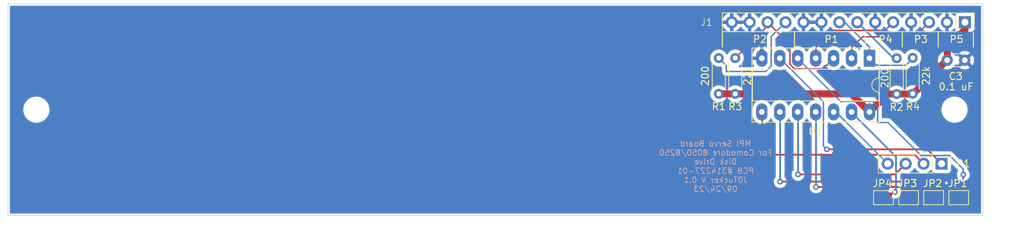
<source format=kicad_pcb>
(kicad_pcb (version 20221018) (generator pcbnew)
  (layers (0 "F.Cu" signal) (31 "B.Cu" signal) (34 "B.Paste" user) (35 "F.Paste" user) (36 "B.SilkS" user "B.Silkscreen") (37 "F.SilkS" user "F.Silkscreen") (38 "B.Mask" user) (39 "F.Mask" user) (44 "Edge.Cuts" user))
  (net 0 "")
  (net 1 "+5V")
  (net 2 "Earth")
  (net 3 "Net-(JP1-B)")
  (net 4 "Net-(JP2-B)")
  (net 5 "Net-(JP3-B)")
  (net 6 "Net-(JP4-B)")
  (net 7 "Net-(P1-Pin_1)")
  (net 8 "Net-(P1-Pin_2)")
  (net 9 "Net-(J1-Pin_07)")
  (net 10 "Net-(J1-Pin_08)")
  (net 11 "Net-(J1-Pin_11)")
  (net 12 "Net-(J1-Pin_12)")
  (net 13 "Net-(J1-Pin_03)")
  (net 14 "Net-(J1-Pin_05)")
  (net 15 "Net-(P1-Pin_3)")
  (net 16 "Net-(P1-Pin_4)")
  (footprint "Jumper:SolderJumper-2_P1.3mm_Open_Pad1.0x1.5mm" (layer "F.Cu") (at 196.49 126.492)
    (fp_text reference "JP3" (at -0.148 -2.032 180) (layer "F.SilkS"))
    (fp_text value "SolderJumper_2_Bridged")
    (fp_line (start -1.4 -1) (end 1.4 -1) (stroke (width 0.12)) (layer "F.SilkS"))
    (fp_line (start -1.4 1) (end -1.4 -1) (stroke (width 0.12)) (layer "F.SilkS"))
    (fp_line (start 1.4 -1) (end 1.4 1) (stroke (width 0.12)) (layer "F.SilkS"))
    (fp_line (start 1.4 1) (end -1.4 1) (stroke (width 0.12)) (layer "F.SilkS"))
    (pad "1" smd rect (at -0.65 0) (size 1 1.5) (layers "F.Cu" "F.Mask") (net 2 "Earth"))
    (pad "2" smd rect (at 0.65 0) (size 1 1.5) (layers "F.Cu" "F.Mask") (net 5 "Net-(JP3-B)"))
  )
  (footprint "Resistor_THT:R_Axial_DIN0204_L3.6mm_D1.6mm_P5.08mm_Horizontal" (layer "F.Cu") (at 171.953 111.76 90)
    (fp_text reference "R3" (at -1.8034 0.005 180) (layer "F.SilkS"))
    (fp_text value "22k" (at 2.5654 1.7068 90) (layer "F.SilkS"))
    (fp_line (start 0.62 -0.92) (end 4.46 -0.92) (stroke (width 0.12)) (layer "F.SilkS"))
    (fp_line (start 0.62 0.92) (end 4.46 0.92) (stroke (width 0.12)) (layer "F.SilkS"))
    (pad "1" thru_hole circle (at 0 0 90) (size 1.4 1.4) (drill 0.7) (layers "*.Cu" "*.Mask") (net 1 "+5V"))
    (pad "2" thru_hole oval (at 5.08 0 90) (size 1.4 1.4) (drill 0.7) (layers "*.Cu" "*.Mask") (net 12 "Net-(J1-Pin_12)"))
  )
  (footprint "8250_feet:8250_14-pin_connector" (layer "F.Cu") (at 188 101.65)
    (fp_text reference "J1" (at -20.106 -0.05 unlocked) (layer "F.SilkS") (effects (font (thickness 0.1))))
    (fp_text value "01x14_Servo connector")
    (fp_line (start -17.88 -1.38) (end -17.88 1.28) (stroke (width 0.12)) (layer "F.SilkS"))
    (fp_line (start 15.2 -1.38) (end -17.88 -1.38) (stroke (width 0.12)) (layer "F.SilkS"))
    (fp_line (start 15.2 -1.38) (end 15.2 1.28) (stroke (width 0.12)) (layer "F.SilkS"))
    (fp_line (start 15.2 1.28) (end -17.88 1.28) (stroke (width 0.12)) (layer "F.SilkS"))
    (fp_line (start 16.47 -1.38) (end 17.8 -1.38) (stroke (width 0.12)) (layer "F.SilkS"))
    (fp_line (start 17.8 -1.38) (end 17.8 -0.05) (stroke (width 0.12)) (layer "F.SilkS"))
    (pad "P1-1" thru_hole oval (at 1.23 -0.05 270) (size 1.7 1.7) (drill 1) (layers "*.Cu" "*.Mask") (net 9 "Net-(J1-Pin_07)"))
    (pad "P1-2" thru_hole oval (at -1.31 -0.05 270) (size 1.7 1.7) (drill 1) (layers "*.Cu" "*.Mask") (net 10 "Net-(J1-Pin_08)"))
    (pad "P1-3" thru_hole oval (at -3.85 -0.05 270) (size 1.7 1.7) (drill 1) (layers "*.Cu" "*.Mask") (net 2 "Earth"))
    (pad "P1-4" thru_hole oval (at -6.39 -0.05 270) (size 1.7 1.7) (drill 1) (layers "*.Cu" "*.Mask") (net 2 "Earth"))
    (pad "P2-1" thru_hole oval (at -8.93 -0.05 270) (size 1.7 1.7) (drill 1) (layers "*.Cu" "*.Mask") (net 11 "Net-(J1-Pin_11)"))
    (pad "P2-2" thru_hole oval (at -11.47 -0.05 270) (size 1.7 1.7) (drill 1) (layers "*.Cu" "*.Mask") (net 12 "Net-(J1-Pin_12)"))
    (pad "P2-3" thru_hole oval (at -14.01 -0.05 270) (size 1.7 1.7) (drill 1) (layers "*.Cu" "*.Mask") (net 2 "Earth"))
    (pad "P2-4" thru_hole oval (at -16.55 -0.05 270) (size 1.7 1.7) (drill 1) (layers "*.Cu" "*.Mask") (net 2 "Earth"))
    (pad "P3-1" thru_hole oval (at 11.39 -0.05 270) (size 1.7 1.7) (drill 1) (layers "*.Cu" "*.Mask") (net 13 "Net-(J1-Pin_03)"))
    (pad "P3-2" thru_hole oval (at 8.85 -0.05 270) (size 1.7 1.7) (drill 1) (layers "*.Cu" "*.Mask") (net 2 "Earth"))
    (pad "P4-1" thru_hole oval (at 6.31 -0.05 270) (size 1.7 1.7) (drill 1) (layers "*.Cu" "*.Mask") (net 14 "Net-(J1-Pin_05)"))
    (pad "P4-2" thru_hole oval (at 3.77 -0.05 270) (size 1.7 1.7) (drill 1) (layers "*.Cu" "*.Mask") (net 2 "Earth"))
    (pad "P5-1" thru_hole rect (at 16.47 -0.05 270) (size 1.7 1.7) (drill 1) (layers "*.Cu" "*.Mask") (net 1 "+5V"))
    (pad "P5-2" thru_hole oval (at 13.93 -0.05 270) (size 1.7 1.7) (drill 1) (layers "*.Cu" "*.Mask") (net 2 "Earth"))
  )
  (footprint "Capacitor_THT:C_Disc_D3.0mm_W1.6mm_P2.50mm" (layer "F.Cu") (at 204.45 106.9848 180)
    (fp_text reference "C3" (at 1.27 -2.286) (layer "F.SilkS"))
    (fp_text value "0.1 uF" (at 1.2246 -3.7592) (layer "F.SilkS"))
    (fp_line (start 0.621 -0.92) (end 1.879 -0.92) (stroke (width 0.12)) (layer "F.SilkS"))
    (fp_line (start 0.621 0.92) (end 1.879 0.92) (stroke (width 0.12)) (layer "F.SilkS"))
    (pad "1" thru_hole circle (at 0 0 180) (size 1.6 1.6) (drill 0.8) (layers "*.Cu" "*.Mask") (net 2 "Earth"))
    (pad "2" thru_hole circle (at 2.5 0 180) (size 1.6 1.6) (drill 0.8) (layers "*.Cu" "*.Mask") (net 1 "+5V"))
  )
  (footprint "Jumper:SolderJumper-2_P1.3mm_Open_Pad1.0x1.5mm" (layer "F.Cu") (at 192.94 126.492)
    (fp_text reference "JP4" (at -0.154 -2.032 180) (layer "F.SilkS"))
    (fp_text value "SolderJumper_2_Bridged")
    (fp_line (start -1.4 -1) (end 1.4 -1) (stroke (width 0.12)) (layer "F.SilkS"))
    (fp_line (start -1.4 1) (end -1.4 -1) (stroke (width 0.12)) (layer "F.SilkS"))
    (fp_line (start 1.4 -1) (end 1.4 1) (stroke (width 0.12)) (layer "F.SilkS"))
    (fp_line (start 1.4 1) (end -1.4 1) (stroke (width 0.12)) (layer "F.SilkS"))
    (pad "1" smd rect (at -0.65 0) (size 1 1.5) (layers "F.Cu" "F.Mask") (net 2 "Earth"))
    (pad "2" smd rect (at 0.65 0) (size 1 1.5) (layers "F.Cu" "F.Mask") (net 6 "Net-(JP4-B)"))
  )
  (footprint "Resistor_THT:R_Axial_DIN0204_L3.6mm_D1.6mm_P5.08mm_Horizontal" (layer "F.Cu") (at 197.0786 111.7346 90)
    (fp_text reference "R4" (at -1.8288 0.0254 180) (layer "F.SilkS"))
    (fp_text value "22k" (at 2.54 1.92 90) (layer "F.SilkS"))
    (fp_line (start 0.62 -0.92) (end 4.46 -0.92) (stroke (width 0.12)) (layer "F.SilkS"))
    (fp_line (start 0.62 0.92) (end 4.46 0.92) (stroke (width 0.12)) (layer "F.SilkS"))
    (pad "1" thru_hole circle (at 0 0 90) (size 1.4 1.4) (drill 0.7) (layers "*.Cu" "*.Mask") (net 1 "+5V"))
    (pad "2" thru_hole oval (at 5.08 0 90) (size 1.4 1.4) (drill 0.7) (layers "*.Cu" "*.Mask") (net 10 "Net-(J1-Pin_08)"))
  )
  (footprint "MountingHole:MountingHole_3.2mm_M3" (layer "F.Cu") (at 73 114)
    (fp_text reference "H2" hide)
    (fp_text value "MountingHole")
    (pad "" np_thru_hole circle (at 0 0) (size 3.2 3.2) (drill 3.2) (layers "*.Cu" "*.Mask"))
  )
  (footprint "Jumper:SolderJumper-2_P1.3mm_Open_Pad1.0x1.5mm" (layer "F.Cu") (at 203.59 126.492)
    (fp_text reference "JP1" (at -0.136 -2.032 180) (layer "F.SilkS"))
    (fp_text value "SolderJumper_2_Bridged")
    (fp_line (start -1.4 -1) (end 1.4 -1) (stroke (width 0.12)) (layer "F.SilkS"))
    (fp_line (start -1.4 1) (end -1.4 -1) (stroke (width 0.12)) (layer "F.SilkS"))
    (fp_line (start 1.4 -1) (end 1.4 1) (stroke (width 0.12)) (layer "F.SilkS"))
    (fp_line (start 1.4 1) (end -1.4 1) (stroke (width 0.12)) (layer "F.SilkS"))
    (pad "1" smd rect (at -0.65 0) (size 1 1.5) (layers "F.Cu" "F.Mask") (net 2 "Earth"))
    (pad "2" smd rect (at 0.65 0) (size 1 1.5) (layers "F.Cu" "F.Mask") (net 3 "Net-(JP1-B)"))
  )
  (footprint "Jumper:SolderJumper-2_P1.3mm_Open_Pad1.0x1.5mm" (layer "F.Cu") (at 200.04 126.492)
    (fp_text reference "JP2" (at -0.142 -2.032 180) (layer "F.SilkS"))
    (fp_text value "SolderJumper_2_Bridged")
    (fp_line (start -1.4 -1) (end 1.4 -1) (stroke (width 0.12)) (layer "F.SilkS"))
    (fp_line (start -1.4 1) (end -1.4 -1) (stroke (width 0.12)) (layer "F.SilkS"))
    (fp_line (start 1.4 -1) (end 1.4 1) (stroke (width 0.12)) (layer "F.SilkS"))
    (fp_line (start 1.4 1) (end -1.4 1) (stroke (width 0.12)) (layer "F.SilkS"))
    (pad "1" smd rect (at -0.65 0) (size 1 1.5) (layers "F.Cu" "F.Mask") (net 2 "Earth"))
    (pad "2" smd rect (at 0.65 0) (size 1 1.5) (layers "F.Cu" "F.Mask") (net 4 "Net-(JP2-B)"))
  )
  (footprint "MountingHole:MountingHole_3.2mm_M3" (layer "F.Cu") (at 203 114)
    (fp_text reference "H1" hide)
    (fp_text value "MountingHole")
    (pad "" np_thru_hole circle (at 0 0) (size 3.2 3.2) (drill 3.2) (layers "F&B.Cu" "*.Mask"))
  )
  (footprint "Resistor_THT:R_Axial_DIN0204_L3.6mm_D1.6mm_P5.08mm_Horizontal" (layer "F.Cu") (at 194.813 106.7054 -90)
    (fp_text reference "R2" (at 6.9342 0.0204) (layer "F.SilkS"))
    (fp_text value "200" (at 2.81 1.6714 90) (layer "F.SilkS"))
    (fp_line (start 0.62 -0.92) (end 4.46 -0.92) (stroke (width 0.12)) (layer "F.SilkS"))
    (fp_line (start 0.62 0.92) (end 4.46 0.92) (stroke (width 0.12)) (layer "F.SilkS"))
    (pad "1" thru_hole circle (at 0 0 270) (size 1.4 1.4) (drill 0.7) (layers "*.Cu" "*.Mask") (net 9 "Net-(J1-Pin_07)"))
    (pad "2" thru_hole oval (at 5.08 0 270) (size 1.4 1.4) (drill 0.7) (layers "*.Cu" "*.Mask") (net 1 "+5V"))
  )
  (footprint "Resistor_THT:R_Axial_DIN0204_L3.6mm_D1.6mm_P5.08mm_Horizontal" (layer "F.Cu") (at 169.6212 106.68 -90)
    (fp_text reference "R1" (at 6.858 0) (layer "F.SilkS"))
    (fp_text value "200" (at 2.54 1.92 90) (layer "F.SilkS"))
    (fp_line (start 0.62 -0.92) (end 4.46 -0.92) (stroke (width 0.12)) (layer "F.SilkS"))
    (fp_line (start 0.62 0.92) (end 4.46 0.92) (stroke (width 0.12)) (layer "F.SilkS"))
    (pad "1" thru_hole circle (at 0 0 270) (size 1.4 1.4) (drill 0.7) (layers "*.Cu" "*.Mask") (net 11 "Net-(J1-Pin_11)"))
    (pad "2" thru_hole oval (at 5.08 0 270) (size 1.4 1.4) (drill 0.7) (layers "*.Cu" "*.Mask") (net 1 "+5V"))
  )
  (footprint "Package_DIP:DIP-14_W7.62mm_Socket_LongPads" (layer "F.Cu") (at 190.9572 106.7054 -90)
    (fp_text reference "U1" (at 10.404 7.625 -180) (layer "F.SilkS"))
    (fp_text value "74LS04")
    (fp_line (start -1.44 -1.39) (end -1.44 16.63) (stroke (width 0.12)) (layer "F.SilkS"))
    (fp_line (start -1.44 16.63) (end 9.06 16.63) (stroke (width 0.12)) (layer "F.SilkS"))
    (fp_line (start 1.56 -1.33) (end 1.56 16.57) (stroke (width 0.12)) (layer "F.SilkS"))
    (fp_line (start 1.56 16.57) (end 6.06 16.57) (stroke (width 0.12)) (layer "F.SilkS"))
    (fp_line (start 2.81 -1.33) (end 1.56 -1.33) (stroke (width 0.12)) (layer "F.SilkS"))
    (fp_line (start 6.06 -1.33) (end 4.81 -1.33) (stroke (width 0.12)) (layer "F.SilkS"))
    (fp_line (start 6.06 16.57) (end 6.06 -1.33) (stroke (width 0.12)) (layer "F.SilkS"))
    (fp_line (start 9.06 -1.39) (end -1.44 -1.39) (stroke (width 0.12)) (layer "F.SilkS"))
    (fp_line (start 9.06 16.63) (end 9.06 -1.39) (stroke (width 0.12)) (layer "F.SilkS"))
    (fp_arc (start 4.81 -1.33) (mid 3.81 -0.33) (end 2.81 -1.33) (stroke (width 0.12)) (layer "F.SilkS"))
    (pad "1" thru_hole rect (at 0 0 270) (size 2.4 1.6) (drill 0.8) (layers "*.Cu" "*.Mask") (net 10 "Net-(J1-Pin_08)"))
    (pad "2" thru_hole oval (at 0 2.54 270) (size 2.4 1.6) (drill 0.8) (layers "*.Cu" "*.Mask") (net 13 "Net-(J1-Pin_03)"))
    (pad "3" thru_hole oval (at 0 5.08 270) (size 2.4 1.6) (drill 0.8) (layers "*.Cu" "*.Mask") (net 12 "Net-(J1-Pin_12)"))
    (pad "4" thru_hole oval (at 0 7.62 270) (size 2.4 1.6) (drill 0.8) (layers "*.Cu" "*.Mask") (net 14 "Net-(J1-Pin_05)"))
    (pad "5" thru_hole oval (at 0 10.16 270) (size 2.4 1.6) (drill 0.8) (layers "*.Cu" "*.Mask") (net 3 "Net-(JP1-B)"))
    (pad "6" thru_hole oval (at 0 12.7 270) (size 2.4 1.6) (drill 0.8) (layers "*.Cu" "*.Mask") (net 7 "Net-(P1-Pin_1)"))
    (pad "7" thru_hole oval (at 0 15.24 270) (size 2.4 1.6) (drill 0.8) (layers "*.Cu" "*.Mask") (net 2 "Earth"))
    (pad "8" thru_hole oval (at 7.62 15.24 270) (size 2.4 1.6) (drill 0.8) (layers "*.Cu" "*.Mask") (net 8 "Net-(P1-Pin_2)"))
    (pad "9" thru_hole oval (at 7.62 12.7 270) (size 2.4 1.6) (drill 0.8) (layers "*.Cu" "*.Mask") (net 4 "Net-(JP2-B)"))
    (pad "10" thru_hole oval (at 7.62 10.16 270) (size 2.4 1.6) (drill 0.8) (layers "*.Cu" "*.Mask") (net 15 "Net-(P1-Pin_3)"))
    (pad "11" thru_hole oval (at 7.62 7.62 270) (size 2.4 1.6) (drill 0.8) (layers "*.Cu" "*.Mask") (net 5 "Net-(JP3-B)"))
    (pad "12" thru_hole oval (at 7.62 5.08 270) (size 2.4 1.6) (drill 0.8) (layers "*.Cu" "*.Mask") (net 16 "Net-(P1-Pin_4)"))
    (pad "13" thru_hole oval (at 7.62 2.54 270) (size 2.4 1.6) (drill 0.8) (layers "*.Cu" "*.Mask") (net 6 "Net-(JP4-B)"))
    (pad "14" thru_hole oval (at 7.62 0 270) (size 2.4 1.6) (drill 0.8) (layers "*.Cu" "*.Mask") (net 1 "+5V"))
  )
  (footprint "Connector_PinHeader_2.54mm:PinHeader_1x04_P2.54mm_Vertical" (layer "F.Cu") (at 201.158 121.666 -90)
    (fp_text reference "P1" (at 0 -3.058 -180) (layer "F.SilkS"))
    (fp_text value "Conn_01x04")
    (fp_line (start -1.33 -1.33) (end 0 -1.33) (stroke (width 0.12)) (layer "F.SilkS"))
    (fp_line (start -1.33 0) (end -1.33 -1.33) (stroke (width 0.12)) (layer "F.SilkS"))
    (fp_line (start -1.33 1.27) (end -1.33 8.95) (stroke (width 0.12)) (layer "F.SilkS"))
    (fp_line (start -1.33 1.27) (end 1.33 1.27) (stroke (width 0.12)) (layer "F.SilkS"))
    (fp_line (start -1.33 8.95) (end 1.33 8.95) (stroke (width 0.12)) (layer "F.SilkS"))
    (fp_line (start 1.33 1.27) (end 1.33 8.95) (stroke (width 0.12)) (layer "F.SilkS"))
    (pad "1" thru_hole rect (at 0 0 270) (size 1.7 1.7) (drill 1) (layers "*.Cu" "*.Mask") (net 7 "Net-(P1-Pin_1)"))
    (pad "2" thru_hole oval (at 0 2.54 270) (size 1.7 1.7) (drill 1) (layers "*.Cu" "*.Mask") (net 8 "Net-(P1-Pin_2)"))
    (pad "3" thru_hole oval (at 0 5.08 270) (size 1.7 1.7) (drill 1) (layers "*.Cu" "*.Mask") (net 15 "Net-(P1-Pin_3)"))
    (pad "4" thru_hole oval (at 0 7.62 270) (size 1.7 1.7) (drill 1) (layers "*.Cu" "*.Mask") (net 16 "Net-(P1-Pin_4)"))
  )
  (gr_line (start 205.6638 103.0732) (end 205.6638 105.1052) (stroke (width 0.15)) (layer "F.SilkS"))
  (gr_line (start 195.6054 103.0732) (end 195.6054 105.1052) (stroke (width 0.15)) (layer "F.SilkS"))
  (gr_line (start 190.3984 103.0732) (end 190.3984 105.1052) (stroke (width 0.15)) (layer "F.SilkS"))
  (gr_line (start 170.1292 103.0732) (end 170.1292 105.1052) (stroke (width 0.15)) (layer "F.SilkS"))
  (gr_line (start 200.6854 103.0732) (end 200.6854 105.1052) (stroke (width 0.15)) (layer "F.SilkS"))
  (gr_line (start 180.34 103.0732) (end 180.34 105.1052) (stroke (width 0.15)) (layer "F.SilkS"))
  (gr_line locked (start 207 129) (end 69 129) (stroke (width 0.1)) (layer "Edge.Cuts"))
  (gr_line locked (start 207 99) (end 207 129) (stroke (width 0.1)) (layer "Edge.Cuts"))
  (gr_line (start 69 99) (end 207 99) (stroke (width 0.1)) (layer "Edge.Cuts"))
  (gr_line (start 69 129) (end 69 99) (stroke (width 0.1)) (layer "Edge.Cuts"))
  (gr_text "MPI Servo Board\nFor Comodore 8050/8250\nDisk Drive\nPCB #314227-01\nJDTucker V 0.1\n09/24/23" (at 169.164 125.73) (layer "B.SilkS") (effects (font (size 0.8 0.8) (thickness 0.0935)) (justify bottom mirror)))
  (gr_text "P2" (at 174.371 104.5972) (layer "F.SilkS") (effects (font (size 1 1)) (justify left bottom)))
  (gr_text "P4" (at 192.151 104.5972) (layer "F.SilkS") (effects (font (size 1 1)) (justify left bottom)))
  (gr_text "P3" (at 197.1548 104.5972) (layer "F.SilkS") (effects (font (size 1 1)) (justify left bottom)))
  (gr_text "P5" (at 202.2094 104.5972) (layer "F.SilkS") (effects (font (size 1 1)) (justify left bottom)))
  (gr_text "P1" (at 184.5056 104.5972) (layer "F.SilkS") (effects (font (size 1 1)) (justify left bottom)))
  (segment (start 201.97 106.9194) (end 197.104 111.7854) (width 1) (layer "F.Cu") (net 1))
  (segment (start 201.97 105.156) (end 201.97 106.9194) (width 1) (layer "F.Cu") (net 1))
  (segment (start 171.953 111.76) (end 188.3918 111.76) (width 1) (layer "F.Cu") (net 1))
  (segment (start 204.47 101.6) (end 204.47 102.656) (width 1) (layer "F.Cu") (net 1))
  (segment (start 204.47 102.656) (end 201.97 105.156) (width 1) (layer "F.Cu") (net 1))
  (segment (start 188.3918 111.76) (end 190.9572 114.3254) (width 1) (layer "F.Cu") (net 1))
  (segment (start 193.4972 111.7854) (end 190.9572 114.3254) (width 1) (layer "F.Cu") (net 1))
  (segment (start 197.104 111.7854) (end 194.813 111.7854) (width 1) (layer "F.Cu") (net 1))
  (segment (start 194.813 111.7854) (end 193.4972 111.7854) (width 1) (layer "F.Cu") (net 1))
  (segment (start 169.6212 111.76) (end 171.953 111.76) (width 1) (layer "F.Cu") (net 1))
  (segment (start 199.49 127.542) (end 199.39 127.442) (width 0.2) (layer "F.Cu") (net 2))
  (segment (start 192.29 127.442) (end 192.29 126.492) (width 0.2) (layer "F.Cu") (net 2))
  (segment (start 201.89 127.542) (end 199.49 127.542) (width 0.2) (layer "F.Cu") (net 2))
  (segment (start 192.39 127.542) (end 192.29 127.442) (width 0.2) (layer "F.Cu") (net 2))
  (segment (start 194.79 127.542) (end 192.39 127.542) (width 0.2) (layer "F.Cu") (net 2))
  (segment (start 199.39 127.442) (end 199.39 126.492) (width 0.2) (layer "F.Cu") (net 2))
  (segment (start 195.84 126.492) (end 194.79 127.542) (width 0.2) (layer "F.Cu") (net 2))
  (segment (start 195.94 127.542) (end 195.84 127.442) (width 0.2) (layer "F.Cu") (net 2))
  (segment (start 202.94 126.492) (end 201.89 127.542) (width 0.2) (layer "F.Cu") (net 2))
  (segment (start 195.84 127.442) (end 195.84 126.492) (width 0.2) (layer "F.Cu") (net 2))
  (segment (start 201.8538 124.4092) (end 202.94 125.4954) (width 0.25) (layer "F.Cu") (net 2))
  (segment (start 199.39 126.492) (end 198.34 127.542) (width 0.2) (layer "F.Cu") (net 2))
  (segment (start 198.34 127.542) (end 195.94 127.542) (width 0.2) (layer "F.Cu") (net 2))
  (segment (start 202.94 125.4954) (end 202.94 126.492) (width 0.25) (layer "F.Cu") (net 2))
  (via (at 201.8538 124.4092) (size 0.8) (drill 0.4) (layers "F.Cu" "B.Cu") (net 2))
  (segment (start 204.24 126.492) (end 204.24 123.214) (width 0.25) (layer "F.Cu") (net 3))
  (via (at 204.24 123.214) (size 0.8) (drill 0.4) (layers "F.Cu" "B.Cu") (net 3))
  (segment (start 193.572 115.824) (end 198.264 120.516) (width 0.2) (layer "B.Cu") (net 3))
  (segment (start 180.848 106.8145) (end 186.968 112.9345) (width 0.2) (layer "B.Cu") (net 3))
  (segment (start 186.968 112.9345) (end 187.0771 112.8254) (width 0.2) (layer "B.Cu") (net 3))
  (segment (start 198.264 120.516) (end 202.308 120.516) (width 0.2) (layer "B.Cu") (net 3))
  (segment (start 202.308 120.516) (end 204.216 122.424) (width 0.2) (layer "B.Cu") (net 3))
  (segment (start 204.216 123.19) (end 204.24 123.214) (width 0.2) (layer "B.Cu") (net 3))
  (segment (start 187.0771 112.8254) (end 191.412835 112.8254) (width 0.2) (layer "B.Cu") (net 3))
  (segment (start 204.216 122.424) (end 204.216 123.19) (width 0.2) (layer "B.Cu") (net 3))
  (segment (start 192.108 115.824) (end 193.572 115.824) (width 0.2) (layer "B.Cu") (net 3))
  (segment (start 191.412835 112.8254) (end 192.108 113.520565) (width 0.2) (layer "B.Cu") (net 3))
  (segment (start 192.108 113.520565) (end 192.108 115.824) (width 0.2) (layer "B.Cu") (net 3))
  (segment (start 199.404 124.206) (end 178.308 124.206) (width 0.25) (layer "F.Cu") (net 4))
  (segment (start 200.69 126.492) (end 200.69 125.492) (width 0.25) (layer "F.Cu") (net 4))
  (segment (start 200.69 125.492) (end 199.404 124.206) (width 0.25) (layer "F.Cu") (net 4))
  (via (at 178.308 124.206) (size 0.8) (drill 0.4) (layers "F.Cu" "B.Cu") (net 4))
  (segment (start 178.308 124.206) (end 178.308 114.4345) (width 0.25) (layer "B.Cu") (net 4))
  (segment (start 197.14 125.492) (end 196.616 124.968) (width 0.25) (layer "F.Cu") (net 5))
  (segment (start 197.14 126.492) (end 197.14 125.492) (width 0.25) (layer "F.Cu") (net 5))
  (segment (start 196.616 124.968) (end 183.388 124.968) (width 0.25) (layer "F.Cu") (net 5))
  (via (at 183.388 124.968) (size 0.8) (drill 0.4) (layers "F.Cu" "B.Cu") (net 5))
  (segment (start 183.388 124.968) (end 183.388 114.4345) (width 0.25) (layer "B.Cu") (net 5))
  (segment (start 194.389 125.693) (end 194.564 125.693) (width 0.25) (layer "F.Cu") (net 6))
  (segment (start 193.59 126.492) (end 194.389 125.693) (width 0.25) (layer "F.Cu") (net 6))
  (via (at 194.564 125.693) (size 0.8) (drill 0.4) (layers "F.Cu" "B.Cu") (net 6))
  (segment (start 194.713 120.6795) (end 188.468 114.4345) (width 0.25) (layer "B.Cu") (net 6))
  (segment (start 194.713 125.544) (end 194.713 120.6795) (width 0.25) (layer "B.Cu") (net 6))
  (segment (start 194.564 125.693) (end 194.713 125.544) (width 0.25) (layer "B.Cu") (net 6))
  (segment (start 184.912 119.634) (end 199.126 119.634) (width 0.25) (layer "F.Cu") (net 7))
  (segment (start 201.158 121.666) (end 199.126 119.634) (width 0.25) (layer "F.Cu") (net 7))
  (via (at 184.912 119.634) (size 0.8) (drill 0.4) (layers "F.Cu" "B.Cu") (net 7))
  (segment (start 184.912 119.634) (end 184.803 119.525) (width 0.25) (layer "B.Cu") (net 7))
  (segment (start 184.4372 112.8854) (end 184.4372 119.1592) (width 0.2) (layer "B.Cu") (net 7))
  (segment (start 184.4372 119.1592) (end 184.803 119.525) (width 0.2) (layer "B.Cu") (net 7))
  (segment (start 178.2572 106.7054) (end 184.4372 112.8854) (width 0.2) (layer "B.Cu") (net 7))
  (segment (start 198.618 121.666) (end 197.348 120.396) (width 0.25) (layer "F.Cu") (net 8))
  (segment (start 176.53 120.396) (end 176.276 120.142) (width 0.25) (layer "F.Cu") (net 8))
  (segment (start 197.348 120.396) (end 176.53 120.396) (width 0.25) (layer "F.Cu") (net 8))
  (segment (start 175.768 119.634) (end 175.768 114.4345) (width 0.25) (layer "F.Cu") (net 8))
  (segment (start 176.276 120.142) (end 175.768 119.634) (width 0.25) (layer "F.Cu") (net 8))
  (segment (start 194.4345 106.8045) (end 194.813 106.8045) (width 0.25) (layer "B.Cu") (net 9))
  (segment (start 189.23 101.6) (end 194.4345 106.8045) (width 0.25) (layer "B.Cu") (net 9))
  (segment (start 191.9572 107.7054) (end 190.9572 106.7054) (width 0.2) (layer "B.Cu") (net 10))
  (segment (start 190.9572 105.2218) (end 191.013 105.166) (width 0.2) (layer "B.Cu") (net 10))
  (segment (start 186.69 101.6) (end 187.447 101.6) (width 0.2) (layer "B.Cu") (net 10))
  (segment (start 197.104 106.7054) (end 196.104 107.7054) (width 0.2) (layer "B.Cu") (net 10))
  (segment (start 187.447 101.6) (end 190.2435 104.3965) (width 0.2) (layer "B.Cu") (net 10))
  (segment (start 190.2435 104.3965) (end 191.013 105.166) (width 0.2) (layer "B.Cu") (net 10))
  (segment (start 190.9572 106.7054) (end 190.9572 105.2218) (width 0.2) (layer "B.Cu") (net 10))
  (segment (start 190.2435 104.3965) (end 191.008 105.161) (width 0.2) (layer "B.Cu") (net 10))
  (segment (start 196.104 107.7054) (end 191.9572 107.7054) (width 0.2) (layer "B.Cu") (net 10))
  (segment (start 170.683 107.7418) (end 170.683 108.5825) (width 0.2) (layer "B.Cu") (net 11))
  (segment (start 169.6212 106.68) (end 170.683 107.7418) (width 0.2) (layer "B.Cu") (net 11))
  (segment (start 176.276 108.5825) (end 177.038 107.8205) (width 0.2) (layer "B.Cu") (net 11))
  (segment (start 177.038 107.8205) (end 177.038 103.632) (width 0.2) (layer "B.Cu") (net 11))
  (segment (start 170.683 108.5825) (end 176.276 108.5825) (width 0.2) (layer "B.Cu") (net 11))
  (segment (start 177.038 103.632) (end 179.07 101.6) (width 0.2) (layer "B.Cu") (net 11))
  (segment (start 185.8772 106.7054) (end 184.3772 108.2054) (width 0.2) (layer "F.Cu") (net 12))
  (segment (start 184.3772 108.2054) (end 180.341565 108.2054) (width 0.2) (layer "F.Cu") (net 12))
  (segment (start 180.341565 108.2054) (end 179.6972 107.561035) (width 0.2) (layer "F.Cu") (net 12))
  (segment (start 179.6972 107.561035) (end 179.6972 104.7672) (width 0.2) (layer "F.Cu") (net 12))
  (segment (start 176.53 102.103) (end 176.53 101.6) (width 0.2) (layer "F.Cu") (net 12))
  (segment (start 179.6972 104.7672) (end 176.53 101.6) (width 0.2) (layer "F.Cu") (net 12))
  (segment (start 171.953 106.68) (end 176.53 102.103) (width 0.2) (layer "F.Cu") (net 12))
  (segment (start 188.468 105.171) (end 188.468 106.8145) (width 0.2) (layer "F.Cu") (net 13))
  (segment (start 199.39 101.6) (end 197.324 103.666) (width 0.2) (layer "F.Cu") (net 13))
  (segment (start 189.973 103.666) (end 188.468 105.171) (width 0.2) (layer "F.Cu") (net 13))
  (segment (start 197.324 103.666) (end 189.973 103.666) (width 0.2) (layer "F.Cu") (net 13))
  (segment (start 183.388 105.171) (end 183.388 106.8145) (width 0.2) (layer "F.Cu") (net 14))
  (segment (start 193.16 102.75) (end 185.809 102.75) (width 0.2) (layer "F.Cu") (net 14))
  (segment (start 194.31 101.6) (end 193.16 102.75) (width 0.2) (layer "F.Cu") (net 14))
  (segment (start 185.809 102.75) (end 183.388 105.171) (width 0.2) (layer "F.Cu") (net 14))
  (segment (start 194.554 123.19) (end 180.848 123.19) (width 0.25) (layer "F.Cu") (net 15))
  (segment (start 196.078 121.666) (end 194.554 123.19) (width 0.25) (layer "F.Cu") (net 15))
  (via (at 180.848 123.19) (size 0.8) (drill 0.4) (layers "F.Cu" "B.Cu") (net 15))
  (segment (start 180.848 123.19) (end 180.848 114.4345) (width 0.25) (layer "B.Cu") (net 15))
  (segment (start 185.928 114.4345) (end 186.3065 114.4345) (width 0.25) (layer "B.Cu") (net 16))
  (segment (start 186.3065 114.4345) (end 187.4065 115.5345) (width 0.25) (layer "B.Cu") (net 16))
  (segment (start 187.4065 115.5345) (end 193.538 121.666) (width 0.2) (layer "B.Cu") (net 16))
  (zone (net 2) (net_name "Earth") (layer "B.Cu") (connect_pads (clearance 0.5)) (min_thickness 0.25) (fill yes (thermal_gap 0.5) (thermal_bridge_width 0.5))
    (polygon (pts (xy 208.407 98.492107) (xy 208.327692 131.2164) (xy 67.9958 131.910612) (xy 67.914621 98.441605)))
  )
)
</source>
